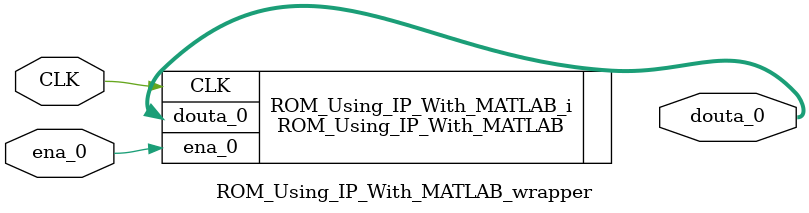
<source format=v>
`timescale 1 ps / 1 ps

module ROM_Using_IP_With_MATLAB_wrapper
   (CLK,
    douta_0,
    ena_0);
  input CLK;
  output [7:0]douta_0;
  input ena_0;

  wire CLK;
  wire [7:0]douta_0;
  wire ena_0;

  ROM_Using_IP_With_MATLAB ROM_Using_IP_With_MATLAB_i
       (.CLK(CLK),
        .douta_0(douta_0),
        .ena_0(ena_0));
// assign douta_1=douta_0+1; to play with rom data we can add any logic
endmodule

</source>
